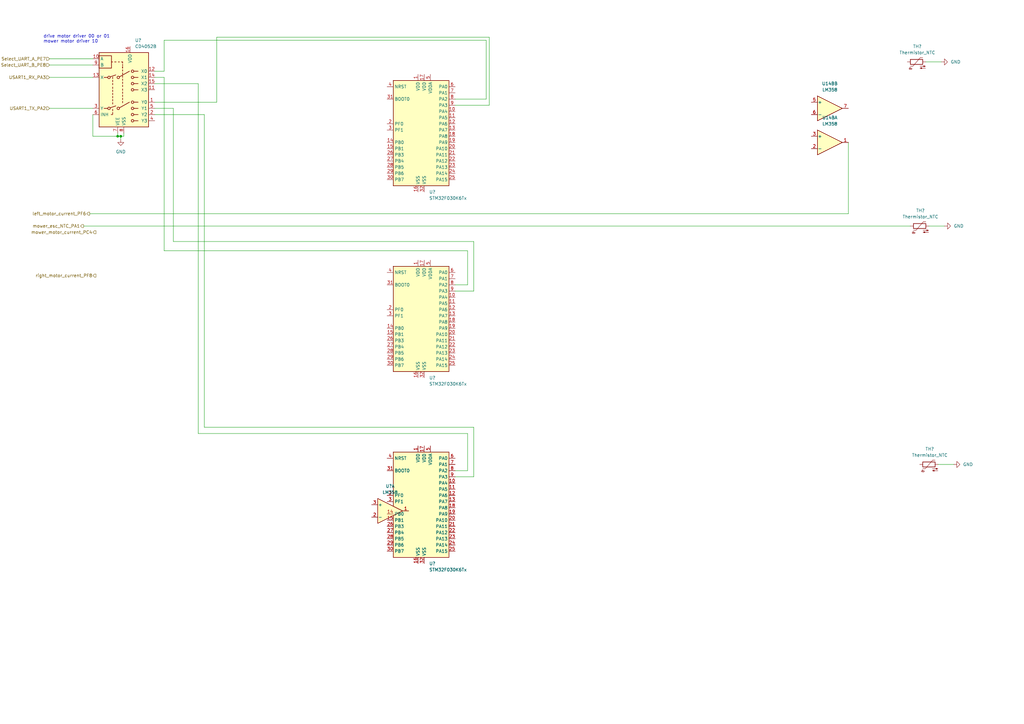
<source format=kicad_sch>
(kicad_sch (version 20211123) (generator eeschema)
  (paper "A3")
  (lib_symbols
    (symbol "Amplifier_Operational:LM358" (pin_names (offset 0.127))
      (property "Reference" "U" (at 0 5.08 0))
      (property "Value" "LM358" (at 0 -5.08 0))
      (symbol "LM358_1_1"
        (polyline (pts (xy -5.08 5.08) (xy 5.08 0) (xy -5.08 -5.08) (xy -5.08 5.08)) (stroke (width 0.254)) (fill (type background)))
        (pin output line (at 7.62 0 180) (length 2.54) (name "~") (number "1"))
        (pin input line (at -7.62 -2.54 0) (length 2.54) (name "-") (number "2"))
        (pin input line (at -7.62 2.54 0) (length 2.54) (name "+") (number "3"))
      )
      (symbol "LM358_2_1"
        (polyline (pts (xy -5.08 5.08) (xy 5.08 0) (xy -5.08 -5.08) (xy -5.08 5.08)) (stroke (width 0.254)) (fill (type background)))
        (pin input line (at -7.62 2.54 0) (length 2.54) (name "+") (number "5"))
        (pin input line (at -7.62 -2.54 0) (length 2.54) (name "-") (number "6"))
        (pin output line (at 7.62 0 180) (length 2.54) (name "~") (number "7"))
      )
      (symbol "LM358_3_1"
        (pin power_in line (at -2.54 -7.62 90) (length 3.81) (name "V-") (number "4"))
        (pin power_in line (at -2.54 7.62 270) (length 3.81) (name "V+") (number "8"))
      )
    )
    (symbol "Analog_Switch:CD4052B"
      (property "Reference" "U" (at -10.16 16.51 0))
      (property "Value" "CD4052B" (at 3.81 16.51 0))
      (symbol "CD4052B_0_1"
        (rectangle (start -10.16 8.89) (end -5.08 13.97) (stroke (width 0.254)))
        (rectangle (start -10.16 15.24) (end 10.16 -15.24) (stroke (width 0.254)) (fill (type background)))
        (circle (center -6.096 -7.62) (radius 0.508) (stroke (width 0.254)))
        (circle (center -6.096 5.08) (radius 0.508) (stroke (width 0.254)))
        (circle (center -2.286 -7.62) (radius 0.508) (stroke (width 0.254)))
        (circle (center -2.286 5.08) (radius 0.508) (stroke (width 0.254)))
        (polyline (pts (xy -8.128 -7.62) (xy -6.604 -7.62)) (stroke (width 0.254)))
        (polyline (pts (xy -8.128 5.08) (xy -6.604 5.08)) (stroke (width 0.254)))
        (polyline (pts (xy -5.588 -7.366) (xy -3.302 -6.604)) (stroke (width 0.254)))
        (polyline (pts (xy -5.588 5.334) (xy -3.302 6.096)) (stroke (width 0.254)))
        (polyline (pts (xy -4.572 -10.16) (xy -5.207 -10.16)) (stroke (width 0.254)))
        (polyline (pts (xy -4.572 -9.906) (xy -4.572 -9.271)) (stroke (width 0.254)))
        (polyline (pts (xy -4.572 -8.636) (xy -4.572 -8.001)) (stroke (width 0.254)))
        (polyline (pts (xy -4.572 -5.842) (xy -4.572 -5.207)) (stroke (width 0.254)))
        (polyline (pts (xy -4.572 -4.572) (xy -4.572 -3.937)) (stroke (width 0.254)))
        (polyline (pts (xy -4.572 -3.302) (xy -4.572 -2.667)) (stroke (width 0.254)))
        (polyline (pts (xy -4.572 -2.032) (xy -4.572 -1.397)) (stroke (width 0.254)))
        (polyline (pts (xy -4.572 -0.762) (xy -4.572 -0.127)) (stroke (width 0.254)))
        (polyline (pts (xy -4.572 0.508) (xy -4.572 1.143)) (stroke (width 0.254)))
        (polyline (pts (xy -4.572 2.032) (xy -4.572 2.667)) (stroke (width 0.254)))
        (polyline (pts (xy -4.572 3.302) (xy -4.572 3.937)) (stroke (width 0.254)))
        (polyline (pts (xy -4.572 4.572) (xy -4.572 5.207)) (stroke (width 0.254)))
        (polyline (pts (xy -4.572 11.43) (xy -5.08 11.43)) (stroke (width 0.254)))
        (polyline (pts (xy -3.81 11.43) (xy -3.175 11.43)) (stroke (width 0.254)))
        (polyline (pts (xy -1.778 -7.366) (xy 2.286 -5.08)) (stroke (width 0.254)))
        (polyline (pts (xy -1.778 5.334) (xy 2.286 7.62)) (stroke (width 0.254)))
        (polyline (pts (xy -1.778 11.43) (xy -2.286 11.43)) (stroke (width 0.254)))
        (polyline (pts (xy -0.508 -5.334) (xy -0.508 -4.699)) (stroke (width 0.254)))
        (polyline (pts (xy -0.508 -4.064) (xy -0.508 -3.429)) (stroke (width 0.254)))
        (polyline (pts (xy -0.508 -2.794) (xy -0.508 -2.159)) (stroke (width 0.254)))
        (polyline (pts (xy -0.508 -1.524) (xy -0.508 -0.889)) (stroke (width 0.254)))
        (polyline (pts (xy -0.508 -0.254) (xy -0.508 0.381)) (stroke (width 0.254)))
        (polyline (pts (xy -0.508 1.27) (xy -0.508 1.905)) (stroke (width 0.254)))
        (polyline (pts (xy -0.508 2.54) (xy -0.508 3.175)) (stroke (width 0.254)))
        (polyline (pts (xy -0.508 3.81) (xy -0.508 4.445)) (stroke (width 0.254)))
        (polyline (pts (xy -0.508 5.08) (xy -0.508 5.715)) (stroke (width 0.254)))
        (polyline (pts (xy -0.508 6.35) (xy -0.508 6.985)) (stroke (width 0.254)))
        (polyline (pts (xy -0.508 7.62) (xy -0.508 8.255)) (stroke (width 0.254)))
        (polyline (pts (xy -0.508 8.89) (xy -0.508 9.398)) (stroke (width 0.254)))
        (polyline (pts (xy -0.508 8.89) (xy -0.508 9.525)) (stroke (width 0.254)))
        (polyline (pts (xy -0.508 9.906) (xy -0.508 10.414)) (stroke (width 0.254)))
        (polyline (pts (xy -0.508 10.922) (xy -0.508 11.43)) (stroke (width 0.254)))
        (polyline (pts (xy -0.508 11.43) (xy -1.016 11.43)) (stroke (width 0.254)))
        (polyline (pts (xy 4.064 -12.7) (xy 5.842 -12.7)) (stroke (width 0.254)))
        (polyline (pts (xy 4.064 -10.16) (xy 5.842 -10.16)) (stroke (width 0.254)))
        (polyline (pts (xy 4.064 -7.62) (xy 5.842 -7.62)) (stroke (width 0.254)))
        (polyline (pts (xy 4.064 -5.08) (xy 5.842 -5.08)) (stroke (width 0.254)))
        (polyline (pts (xy 4.064 0) (xy 5.842 0)) (stroke (width 0.254)))
        (polyline (pts (xy 4.064 2.54) (xy 5.842 2.54)) (stroke (width 0.254)))
        (polyline (pts (xy 4.064 5.08) (xy 5.842 5.08)) (stroke (width 0.254)))
        (polyline (pts (xy 4.064 7.62) (xy 5.842 7.62)) (stroke (width 0.254)))
        (circle (center 3.556 -12.7) (radius 0.508) (stroke (width 0.254)))
        (circle (center 3.556 -10.16) (radius 0.508) (stroke (width 0.254)))
        (circle (center 3.556 -7.62) (radius 0.508) (stroke (width 0.254)))
        (circle (center 3.556 -5.08) (radius 0.508) (stroke (width 0.254)))
        (circle (center 3.556 0) (radius 0.508) (stroke (width 0.254)))
        (circle (center 3.556 2.54) (radius 0.508) (stroke (width 0.254)))
        (circle (center 3.556 5.08) (radius 0.508) (stroke (width 0.254)))
        (circle (center 3.556 7.62) (radius 0.508) (stroke (width 0.254)))
      )
      (symbol "CD4052B_1_1"
        (pin bidirectional line (at 12.7 -5.08 180) (length 2.54) (name "Y0") (number "1"))
        (pin input line (at -12.7 12.7 0) (length 2.54) (name "A") (number "10"))
        (pin bidirectional line (at 12.7 0 180) (length 2.54) (name "X3") (number "11"))
        (pin bidirectional line (at 12.7 7.62 180) (length 2.54) (name "X0") (number "12"))
        (pin bidirectional line (at -12.7 5.08 0) (length 2.54) (name "X") (number "13"))
        (pin bidirectional line (at 12.7 5.08 180) (length 2.54) (name "X1") (number "14"))
        (pin bidirectional line (at 12.7 2.54 180) (length 2.54) (name "X2") (number "15"))
        (pin power_in line (at 2.54 17.78 270) (length 2.54) (name "VDD") (number "16"))
        (pin bidirectional line (at 12.7 -10.16 180) (length 2.54) (name "Y2") (number "2"))
        (pin bidirectional line (at -12.7 -7.62 0) (length 2.54) (name "Y") (number "3"))
        (pin bidirectional line (at 12.7 -12.7 180) (length 2.54) (name "Y3") (number "4"))
        (pin bidirectional line (at 12.7 -7.62 180) (length 2.54) (name "Y1") (number "5"))
        (pin input line (at -12.7 -10.16 0) (length 2.54) (name "INH") (number "6"))
        (pin power_in line (at -2.54 -17.78 90) (length 2.54) (name "VEE") (number "7"))
        (pin power_in line (at 0 -17.78 90) (length 2.54) (name "VSS") (number "8"))
        (pin input line (at -12.7 10.16 0) (length 2.54) (name "B") (number "9"))
      )
    )
    (symbol "Device:Thermistor_NTC" (pin_numbers hide) (pin_names (offset 0))
      (property "Reference" "TH" (at -4.445 0 90))
      (property "Value" "Thermistor_NTC" (at 3.175 0 90))
      (symbol "Thermistor_NTC_0_1"
        (arc (start -3.048 2.159) (mid -3.0495 2.3143) (end -3.175 2.413))
        (arc (start -3.048 2.159) (mid -2.9736 1.9794) (end -2.794 1.905))
        (arc (start -3.048 2.794) (mid -2.9736 2.6144) (end -2.794 2.54))
        (arc (start -2.794 1.905) (mid -2.6144 1.9794) (end -2.54 2.159))
        (arc (start -2.794 2.54) (mid -2.4393 2.5587) (end -2.159 2.794))
        (arc (start -2.794 3.048) (mid -2.9736 2.9736) (end -3.048 2.794))
        (arc (start -2.54 2.794) (mid -2.6144 2.9736) (end -2.794 3.048))
        (rectangle (start -1.016 2.54) (end 1.016 -2.54) (stroke (width 0.254)))
        (polyline (pts (xy -2.54 2.159) (xy -2.54 2.794)))
        (polyline (pts (xy -1.778 2.54) (xy -1.778 1.524) (xy 1.778 -1.524) (xy 1.778 -2.54)))
        (polyline (pts (xy -2.54 -3.683) (xy -2.54 -1.397) (xy -2.794 -2.159) (xy -2.286 -2.159) (xy -2.54 -1.397) (xy -2.54 -1.651)) (fill (type outline)))
        (polyline (pts (xy -1.778 -1.397) (xy -1.778 -3.683) (xy -2.032 -2.921) (xy -1.524 -2.921) (xy -1.778 -3.683) (xy -1.778 -3.429)) (fill (type outline)))
      )
      (symbol "Thermistor_NTC_1_1"
        (pin passive line (at 0 3.81 270) (length 1.27) (name "~") (number "1"))
        (pin passive line (at 0 -3.81 90) (length 1.27) (name "~") (number "2"))
      )
    )
    (symbol "MCU_ST_STM32F0:STM32F030K6Tx"
      (property "Reference" "U" (at -12.7 21.59 0))
      (property "Value" "STM32F030K6Tx" (at 5.08 21.59 0))
      (symbol "STM32F030K6Tx_0_1"
        (rectangle (start -12.7 -22.86) (end 10.16 20.32) (stroke (width 0.254)) (fill (type background)))
      )
      (symbol "STM32F030K6Tx_1_1"
        (pin power_in line (at -2.54 22.86 270) (length 2.54) (name "VDD") (number "1"))
        (pin bidirectional line (at 12.7 7.62 180) (length 2.54) (name "PA4") (number "10"))
        (pin bidirectional line (at 12.7 5.08 180) (length 2.54) (name "PA5") (number "11"))
        (pin bidirectional line (at 12.7 2.54 180) (length 2.54) (name "PA6") (number "12"))
        (pin bidirectional line (at 12.7 0 180) (length 2.54) (name "PA7") (number "13"))
        (pin bidirectional line (at -15.24 -5.08 0) (length 2.54) (name "PB0") (number "14"))
        (pin bidirectional line (at -15.24 -7.62 0) (length 2.54) (name "PB1") (number "15"))
        (pin power_in line (at -2.54 -25.4 90) (length 2.54) (name "VSS") (number "16"))
        (pin power_in line (at 0 22.86 270) (length 2.54) (name "VDD") (number "17"))
        (pin bidirectional line (at 12.7 -2.54 180) (length 2.54) (name "PA8") (number "18"))
        (pin bidirectional line (at 12.7 -5.08 180) (length 2.54) (name "PA9") (number "19"))
        (pin input line (at -15.24 2.54 0) (length 2.54) (name "PF0") (number "2"))
        (pin bidirectional line (at 12.7 -7.62 180) (length 2.54) (name "PA10") (number "20"))
        (pin bidirectional line (at 12.7 -10.16 180) (length 2.54) (name "PA11") (number "21"))
        (pin bidirectional line (at 12.7 -12.7 180) (length 2.54) (name "PA12") (number "22"))
        (pin bidirectional line (at 12.7 -15.24 180) (length 2.54) (name "PA13") (number "23"))
        (pin bidirectional line (at 12.7 -17.78 180) (length 2.54) (name "PA14") (number "24"))
        (pin bidirectional line (at 12.7 -20.32 180) (length 2.54) (name "PA15") (number "25"))
        (pin bidirectional line (at -15.24 -10.16 0) (length 2.54) (name "PB3") (number "26"))
        (pin bidirectional line (at -15.24 -12.7 0) (length 2.54) (name "PB4") (number "27"))
        (pin bidirectional line (at -15.24 -15.24 0) (length 2.54) (name "PB5") (number "28"))
        (pin bidirectional line (at -15.24 -17.78 0) (length 2.54) (name "PB6") (number "29"))
        (pin input line (at -15.24 0 0) (length 2.54) (name "PF1") (number "3"))
        (pin bidirectional line (at -15.24 -20.32 0) (length 2.54) (name "PB7") (number "30"))
        (pin input line (at -15.24 12.7 0) (length 2.54) (name "BOOT0") (number "31"))
        (pin power_in line (at 0 -25.4 90) (length 2.54) (name "VSS") (number "32"))
        (pin input line (at -15.24 17.78 0) (length 2.54) (name "NRST") (number "4"))
        (pin power_in line (at 2.54 22.86 270) (length 2.54) (name "VDDA") (number "5"))
        (pin bidirectional line (at 12.7 17.78 180) (length 2.54) (name "PA0") (number "6"))
        (pin bidirectional line (at 12.7 15.24 180) (length 2.54) (name "PA1") (number "7"))
        (pin bidirectional line (at 12.7 12.7 180) (length 2.54) (name "PA2") (number "8"))
        (pin bidirectional line (at 12.7 10.16 180) (length 2.54) (name "PA3") (number "9"))
      )
    )
    (symbol "power:GND" (power) (pin_names (offset 0))
      (property "Value" "GND" (at 0 -3.81 0))
      (symbol "GND_0_1"
        (polyline (pts (xy 0 0) (xy 0 -1.27) (xy 1.27 -1.27) (xy 0 -2.54) (xy -1.27 -1.27) (xy 0 -1.27)))
      )
      (symbol "GND_1_1"
        (pin power_in line (at 0 0 270) (length 0) hide (name "GND") (number "1"))
      )
    )
  )
  (junction (at 49.53 55.88))
  (junction (at 48.26 55.88))
  (wire (pts (xy 191.77 116.84) (xy 186.69 116.84)))
  (wire (pts (xy 194.31 175.26) (xy 83.82 175.26)))
  (wire (pts (xy 63.5 41.91) (xy 88.9 41.91)))
  (wire (pts (xy 71.12 44.45) (xy 63.5 44.45)))
  (wire (pts (xy 191.77 177.8) (xy 191.77 193.04)))
  (wire (pts (xy 48.26 55.88) (xy 49.53 55.88)))
  (wire (pts (xy 191.77 102.87) (xy 191.77 116.84)))
  (wire (pts (xy 38.1 55.88) (xy 48.26 55.88)))
  (wire (pts (xy 63.5 46.99) (xy 83.82 46.99)))
  (wire (pts (xy 67.31 102.87) (xy 191.77 102.87)))
  (wire (pts (xy 199.39 16.51) (xy 199.39 40.64)))
  (wire (pts (xy 48.26 54.61) (xy 48.26 55.88)))
  (wire (pts (xy 88.9 41.91) (xy 88.9 15.24)))
  (wire (pts (xy 347.98 58.42) (xy 347.98 87.63)))
  (wire (pts (xy 186.69 195.58) (xy 194.31 195.58)))
  (wire (pts (xy 194.31 195.58) (xy 194.31 175.26)))
  (wire (pts (xy 381 92.71) (xy 387.35 92.71)))
  (wire (pts (xy 186.69 40.64) (xy 199.39 40.64)))
  (wire (pts (xy 49.53 55.88) (xy 49.53 57.15)))
  (wire (pts (xy 36.83 87.63) (xy 347.98 87.63)))
  (wire (pts (xy 20.32 31.75) (xy 38.1 31.75)))
  (wire (pts (xy 34.29 92.71) (xy 373.38 92.71)))
  (wire (pts (xy 20.32 24.13) (xy 38.1 24.13)))
  (wire (pts (xy 20.32 44.45) (xy 38.1 44.45)))
  (wire (pts (xy 67.31 31.75) (xy 67.31 102.87)))
  (wire (pts (xy 63.5 31.75) (xy 67.31 31.75)))
  (wire (pts (xy 200.66 15.24) (xy 200.66 43.18)))
  (wire (pts (xy 50.8 55.88) (xy 49.53 55.88)))
  (wire (pts (xy 81.28 177.8) (xy 191.77 177.8)))
  (wire (pts (xy 379.73 25.4) (xy 386.08 25.4)))
  (wire (pts (xy 384.81 190.5) (xy 391.16 190.5)))
  (wire (pts (xy 186.69 43.18) (xy 200.66 43.18)))
  (wire (pts (xy 67.31 29.21) (xy 63.5 29.21)))
  (wire (pts (xy 50.8 54.61) (xy 50.8 55.88)))
  (wire (pts (xy 194.31 119.38) (xy 194.31 99.06)))
  (wire (pts (xy 63.5 34.29) (xy 81.28 34.29)))
  (wire (pts (xy 194.31 99.06) (xy 71.12 99.06)))
  (wire (pts (xy 20.32 26.67) (xy 38.1 26.67)))
  (wire (pts (xy 88.9 15.24) (xy 200.66 15.24)))
  (wire (pts (xy 191.77 193.04) (xy 186.69 193.04)))
  (wire (pts (xy 199.39 16.51) (xy 67.31 16.51)))
  (wire (pts (xy 186.69 119.38) (xy 194.31 119.38)))
  (wire (pts (xy 83.82 175.26) (xy 83.82 46.99)))
  (wire (pts (xy 67.31 16.51) (xy 67.31 29.21)))
  (wire (pts (xy 71.12 99.06) (xy 71.12 44.45)))
  (wire (pts (xy 81.28 34.29) (xy 81.28 177.8)))
  (wire (pts (xy 38.1 46.99) (xy 38.1 55.88)))
  (text "drive motor driver 00 or 01\nmower motor driver 10" (at 17.78 17.78 0) (effects (font (size 1.27 1.27)) (justify left bottom)))
  (hierarchical_label "Select_UART_A_PE7" (shape input) (at 20.32 24.13 180))
  (hierarchical_label "mower_motor_current_PC4" (shape output) (at 39.37 95.25 180))
  (hierarchical_label "Select_UART_B_PE8" (shape input) (at 20.32 26.67 180))
  (hierarchical_label "right_motor_current_PF8" (shape output) (at 39.37 113.03 180))
  (hierarchical_label "USART1_TX_PA2" (shape input) (at 20.32 44.45 180))
  (hierarchical_label "mower_esc_NTC_PA1" (shape output) (at 34.29 92.71 180))
  (hierarchical_label "USART1_RX_PA3" (shape input) (at 20.32 31.75 180))
  (hierarchical_label "left_motor_current_PF6" (shape output) (at 36.83 87.63 180))
  (symbol (lib_id "MCU_ST_STM32F0:STM32F030K6Tx") (at 173.99 205.74 0) (unit 1)
    (property "Reference" "U?" (at 176.0094 231.14 0) (effects (justify left)))
    (property "Value" "STM32F030K6Tx" (at 176.0094 233.68 0) (effects (justify left)))
    (property "Footprint" "Package_QFP:LQFP-32_7x7mm_P0.8mm" (effects hide))
    (property "Datasheet" "http://www.st.com/st-web-ui/static/active/en/resource/technical/document/datasheet/DM00088500.pdf" (effects hide))
  )
  (symbol (lib_id "power:GND") (at 391.16 190.5 90) (unit 1)
    (property "Reference" "#PWR?" (effects hide))
    (property "Value" "GND" (at 394.97 190.4999 90) (effects (justify right)))
  )
  (symbol (lib_id "Analog_Switch:CD4052B") (at 50.8 36.83 0) (unit 1)
    (property "Reference" "U?" (at 55.3594 16.51 0) (effects (justify left)))
    (property "Value" "CD4052B" (at 55.3594 19.05 0) (effects (justify left)))
    (property "Datasheet" "http://www.ti.com/lit/ds/symlink/cd4052b.pdf" (effects hide))
  )
  (symbol (lib_id "Amplifier_Operational:LM358") (at 160.02 209.55 0) (unit 1)
    (property "Reference" "U?" (at 160.02 199.39 0))
    (property "Value" "LM358" (at 160.02 201.93 0))
    (property "Datasheet" "http://www.ti.com/lit/ds/symlink/lm2904-n.pdf" (effects hide))
  )
  (symbol (lib_id "Device:Thermistor_NTC") (at 381 190.5 90) (unit 1)
    (property "Reference" "TH?" (at 381.3175 184.15 90))
    (property "Value" "Thermistor_NTC" (at 381.3175 186.69 90))
  )
  (symbol (lib_id "Device:Thermistor_NTC") (at 375.92 25.4 90) (unit 1)
    (property "Reference" "TH?" (at 376.2375 19.05 90))
    (property "Value" "Thermistor_NTC" (at 376.2375 21.59 90))
  )
  (symbol (lib_id "power:GND") (at 49.53 57.15 0) (unit 1)
    (property "Reference" "#PWR?" (effects hide))
    (property "Value" "GND" (at 49.53 62.23 0))
  )
  (symbol (lib_id "MCU_ST_STM32F0:STM32F030K6Tx") (at 173.99 129.54 0) (unit 1)
    (property "Reference" "U?" (at 176.0094 154.94 0) (effects (justify left)))
    (property "Value" "STM32F030K6Tx" (at 176.0094 157.48 0) (effects (justify left)))
    (property "Footprint" "Package_QFP:LQFP-32_7x7mm_P0.8mm" (effects hide))
    (property "Datasheet" "http://www.st.com/st-web-ui/static/active/en/resource/technical/document/datasheet/DM00088500.pdf" (effects hide))
  )
  (symbol (lib_id "MCU_ST_STM32F0:STM32F030K6Tx") (at 173.99 53.34 0) (unit 1)
    (property "Reference" "U?" (at 176.0094 78.74 0) (effects (justify left)))
    (property "Value" "STM32F030K6Tx" (at 176.0094 81.28 0) (effects (justify left)))
    (property "Footprint" "Package_QFP:LQFP-32_7x7mm_P0.8mm" (effects hide))
    (property "Datasheet" "http://www.st.com/st-web-ui/static/active/en/resource/technical/document/datasheet/DM00088500.pdf" (effects hide))
  )
  (symbol (lib_id "Device:Thermistor_NTC") (at 377.19 92.71 90) (unit 1)
    (property "Reference" "TH?" (at 377.5075 86.36 90))
    (property "Value" "Thermistor_NTC" (at 377.5075 88.9 90))
  )
  (symbol (lib_id "Amplifier_Operational:LM358") (at 340.36 44.45 0) (unit 2)
    (property "Reference" "U14B" (at 340.36 34.29 0))
    (property "Value" "LM358" (at 340.36 36.83 0))
    (property "Datasheet" "http://www.ti.com/lit/ds/symlink/lm2904-n.pdf" (effects hide))
  )
  (symbol (lib_id "Amplifier_Operational:LM358") (at 340.36 58.42 0) (unit 1)
    (property "Reference" "U14B" (at 340.36 48.26 0))
    (property "Value" "LM358" (at 340.36 50.8 0))
    (property "Datasheet" "http://www.ti.com/lit/ds/symlink/lm2904-n.pdf" (effects hide))
  )
  (symbol (lib_id "power:GND") (at 386.08 25.4 90) (unit 1)
    (property "Reference" "#PWR?" (effects hide))
    (property "Value" "GND" (at 389.89 25.3999 90) (effects (justify right)))
  )
  (symbol (lib_id "power:GND") (at 387.35 92.71 90) (unit 1)
    (property "Reference" "#PWR?" (effects hide))
    (property "Value" "GND" (at 391.16 92.7099 90) (effects (justify right)))
  )
)
</source>
